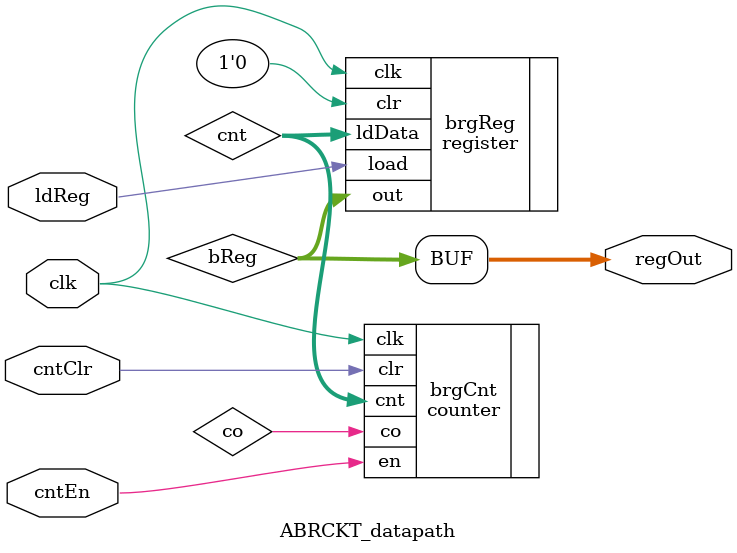
<source format=v>
module ABRCKT_datapath(
    input cntClr, cntEn, ldReg, clk,
    output [7:0] regOut
);
    wire [7:0] bReg, cnt;
    wire co;

    register #(.N(8)) brgReg(.load(ldReg), .ldData(cnt), .out(bReg), .clr(1'b0), .clk(clk));
    counter #(.N(8)) brgCnt(.en(cntEn), .clr(cntClr), .clk(clk), .co(co), .cnt(cnt));

    assign regOut = bReg;
endmodule

</source>
